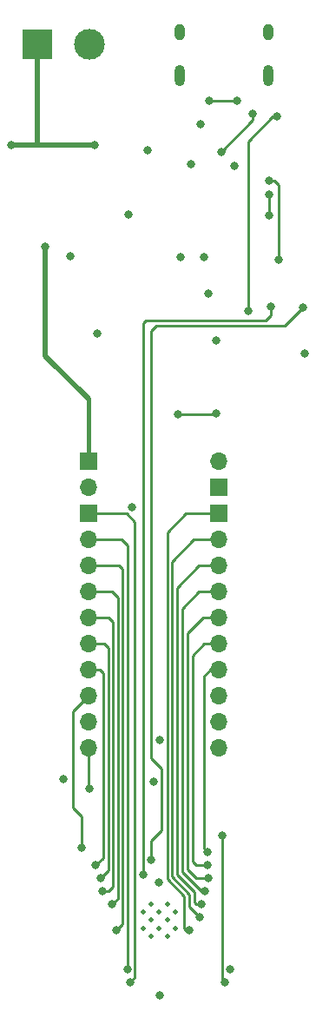
<source format=gbr>
%TF.GenerationSoftware,KiCad,Pcbnew,(6.0.11-0)*%
%TF.CreationDate,2023-11-09T08:58:10+01:00*%
%TF.ProjectId,ZESP32,5a455350-3332-42e6-9b69-6361645f7063,rev?*%
%TF.SameCoordinates,Original*%
%TF.FileFunction,Copper,L4,Bot*%
%TF.FilePolarity,Positive*%
%FSLAX46Y46*%
G04 Gerber Fmt 4.6, Leading zero omitted, Abs format (unit mm)*
G04 Created by KiCad (PCBNEW (6.0.11-0)) date 2023-11-09 08:58:10*
%MOMM*%
%LPD*%
G01*
G04 APERTURE LIST*
%TA.AperFunction,ComponentPad*%
%ADD10R,1.700000X1.700000*%
%TD*%
%TA.AperFunction,ComponentPad*%
%ADD11O,1.700000X1.700000*%
%TD*%
%TA.AperFunction,HeatsinkPad*%
%ADD12C,0.475000*%
%TD*%
%TA.AperFunction,ComponentPad*%
%ADD13O,1.000000X1.600000*%
%TD*%
%TA.AperFunction,ComponentPad*%
%ADD14O,1.000000X2.100000*%
%TD*%
%TA.AperFunction,ComponentPad*%
%ADD15R,3.000000X3.000000*%
%TD*%
%TA.AperFunction,ComponentPad*%
%ADD16C,3.000000*%
%TD*%
%TA.AperFunction,ViaPad*%
%ADD17C,0.800000*%
%TD*%
%TA.AperFunction,Conductor*%
%ADD18C,0.508000*%
%TD*%
%TA.AperFunction,Conductor*%
%ADD19C,0.254000*%
%TD*%
%TA.AperFunction,Conductor*%
%ADD20C,0.406400*%
%TD*%
G04 APERTURE END LIST*
D10*
%TO.P,J8,1,Pin_1*%
%TO.N,EXT_5V*%
X91440000Y-88900000D03*
D11*
%TO.P,J8,2,Pin_2*%
%TO.N,GND*%
X91440000Y-91440000D03*
%TD*%
D10*
%TO.P,J3,1,Pin_1*%
%TO.N,D23*%
X91440000Y-93980000D03*
D11*
%TO.P,J3,2,Pin_2*%
%TO.N,D22*%
X91440000Y-96520000D03*
%TO.P,J3,3,Pin_3*%
%TO.N,D21*%
X91440000Y-99060000D03*
%TO.P,J3,4,Pin_4*%
%TO.N,D19*%
X91440000Y-101600000D03*
%TO.P,J3,5,Pin_5*%
%TO.N,D18*%
X91440000Y-104140000D03*
%TO.P,J3,6,Pin_6*%
%TO.N,D5*%
X91440000Y-106680000D03*
%TO.P,J3,7,Pin_7*%
%TO.N,D17*%
X91440000Y-109220000D03*
%TO.P,J3,8,Pin_8*%
%TO.N,D16*%
X91440000Y-111760000D03*
%TO.P,J3,9,Pin_9*%
%TO.N,D4*%
X91440000Y-114300000D03*
%TO.P,J3,10,Pin_10*%
%TO.N,D15*%
X91440000Y-116840000D03*
%TD*%
D12*
%TO.P,U4,39,GND*%
%TO.N,GND*%
X98343000Y-132862500D03*
X99105500Y-135150000D03*
X97580500Y-133625000D03*
X99105500Y-132100000D03*
X97580500Y-135150000D03*
X96818000Y-134387500D03*
X99105500Y-133625000D03*
X97580500Y-132100000D03*
X98343000Y-134387500D03*
X99868000Y-132862500D03*
X99868000Y-134387500D03*
X96818000Y-132862500D03*
%TD*%
D10*
%TO.P,J7,1,Pin_1*%
%TO.N,+3V3*%
X104140000Y-91440000D03*
D11*
%TO.P,J7,2,Pin_2*%
%TO.N,GND*%
X104140000Y-88900000D03*
%TD*%
D13*
%TO.P,J2,S1,SHIELD*%
%TO.N,GND*%
X100328000Y-47083000D03*
D14*
X108968000Y-51263000D03*
X100328000Y-51263000D03*
D13*
X108968000Y-47083000D03*
%TD*%
D15*
%TO.P,J1,1,Pin_1*%
%TO.N,GND*%
X86482000Y-48239600D03*
D16*
%TO.P,J1,2,Pin_2*%
%TO.N,Net-(D1-Pad2)*%
X91562000Y-48239600D03*
%TD*%
D10*
%TO.P,J4,1,Pin_1*%
%TO.N,D34*%
X104140000Y-93980000D03*
D11*
%TO.P,J4,2,Pin_2*%
%TO.N,D35*%
X104140000Y-96520000D03*
%TO.P,J4,3,Pin_3*%
%TO.N,D32*%
X104140000Y-99060000D03*
%TO.P,J4,4,Pin_4*%
%TO.N,D33*%
X104140000Y-101600000D03*
%TO.P,J4,5,Pin_5*%
%TO.N,D25*%
X104140000Y-104140000D03*
%TO.P,J4,6,Pin_6*%
%TO.N,D26*%
X104140000Y-106680000D03*
%TO.P,J4,7,Pin_7*%
%TO.N,D27*%
X104140000Y-109220000D03*
%TO.P,J4,8,Pin_8*%
%TO.N,D14*%
X104140000Y-111760000D03*
%TO.P,J4,9,Pin_9*%
%TO.N,D12*%
X104140000Y-114300000D03*
%TO.P,J4,10,Pin_10*%
%TO.N,D13*%
X104140000Y-116840000D03*
%TD*%
D17*
%TO.N,GND*%
X98353800Y-140965000D03*
X92019200Y-58094800D03*
X97230100Y-58598900D03*
X112522000Y-78359000D03*
X103124000Y-72517000D03*
X92331600Y-76451400D03*
X102362000Y-56007000D03*
X83942000Y-58094800D03*
X105664000Y-60071000D03*
X98343000Y-129901400D03*
X95651000Y-93325000D03*
X95351600Y-64871600D03*
%TO.N,IO0*%
X107000000Y-74250000D03*
X97790000Y-120142000D03*
X109804200Y-55295800D03*
X89027000Y-119888000D03*
%TO.N,ENA*%
X100203000Y-84328000D03*
X105247500Y-138430000D03*
X103886000Y-84201000D03*
X98384300Y-116078000D03*
%TO.N,EXT_5V*%
X87249000Y-67945000D03*
%TO.N,+3V3*%
X101452000Y-59888800D03*
X89631600Y-68864400D03*
X104775000Y-139700000D03*
X100457000Y-68961000D03*
X104521000Y-125349000D03*
X102743000Y-68961000D03*
X103886000Y-77089000D03*
%TO.N,Net-(J2-PadA7)*%
X103251000Y-53721000D03*
X105892600Y-53721000D03*
%TO.N,D5*%
X92659200Y-129489200D03*
%TO.N,D19*%
X93726000Y-132080000D03*
%TO.N,D18*%
X92760800Y-130810000D03*
%TO.N,D17*%
X92151200Y-128270000D03*
%TO.N,D16*%
X90779600Y-126542800D03*
%TO.N,D15*%
X91567000Y-120777000D03*
%TO.N,D26*%
X103073200Y-128270000D03*
%TO.N,D25*%
X103124000Y-129540000D03*
%TO.N,D23*%
X95504000Y-139649200D03*
%TO.N,D22*%
X95234700Y-138430000D03*
%TO.N,D21*%
X94183200Y-134569200D03*
%TO.N,D34*%
X101249400Y-134615000D03*
%TO.N,D35*%
X102311200Y-133350000D03*
%TO.N,D32*%
X102463600Y-132080000D03*
%TO.N,D33*%
X102768400Y-130810000D03*
%TO.N,D27*%
X103022400Y-127000000D03*
%TO.N,Net-(JP1-Pad1)*%
X109088000Y-61549200D03*
X109951600Y-69220000D03*
%TO.N,RXD0*%
X112390000Y-73893600D03*
X97536000Y-127762000D03*
%TO.N,Net-(JP2-Pad1)*%
X109088000Y-64902000D03*
X109088000Y-62920800D03*
%TO.N,TXD0*%
X109240400Y-73842800D03*
X96774000Y-129159000D03*
%TO.N,D-*%
X107447100Y-55012000D03*
X104363600Y-58720400D03*
%TD*%
D18*
%TO.N,GND*%
X86482000Y-58044000D02*
X86431200Y-58094800D01*
X92019200Y-58094800D02*
X86431200Y-58094800D01*
X86482000Y-48239600D02*
X86482000Y-58044000D01*
X86431200Y-58094800D02*
X83942000Y-58094800D01*
D19*
%TO.N,IO0*%
X109804200Y-55295800D02*
X109423200Y-55295800D01*
X109423200Y-55295800D02*
X107000000Y-57719000D01*
X107000000Y-74250000D02*
X107000000Y-57719000D01*
%TO.N,ENA*%
X100203000Y-84328000D02*
X103759000Y-84328000D01*
X103759000Y-84328000D02*
X103886000Y-84201000D01*
D18*
%TO.N,EXT_5V*%
X87249000Y-78613000D02*
X91440000Y-82804000D01*
X87249000Y-67945000D02*
X87249000Y-78613000D01*
D20*
X91440000Y-88900000D02*
X91440000Y-82804000D01*
D19*
%TO.N,+3V3*%
X104521000Y-125349000D02*
X104521000Y-139446000D01*
X104521000Y-139446000D02*
X104775000Y-139700000D01*
%TO.N,Net-(J2-PadA7)*%
X105892600Y-53721000D02*
X103251000Y-53721000D01*
%TO.N,D5*%
X92970400Y-106680000D02*
X93376800Y-107086400D01*
X93376800Y-128771600D02*
X92659200Y-129489200D01*
X91440000Y-106680000D02*
X92970400Y-106680000D01*
X93376800Y-107086400D02*
X93376800Y-128771600D01*
%TO.N,D19*%
X93729200Y-101600000D02*
X94284800Y-102155600D01*
X94284800Y-131521200D02*
X93726000Y-132080000D01*
X91440000Y-101600000D02*
X93729200Y-101600000D01*
X94284800Y-102155600D02*
X94284800Y-131521200D01*
%TO.N,D18*%
X93830800Y-104546400D02*
X93830800Y-130349600D01*
X91440000Y-104140000D02*
X93424400Y-104140000D01*
X93370400Y-130810000D02*
X92760800Y-130810000D01*
X93424400Y-104140000D02*
X93830800Y-104546400D01*
X93830800Y-130349600D02*
X93370400Y-130810000D01*
%TO.N,D17*%
X92862400Y-109575600D02*
X92862400Y-127558800D01*
X92506800Y-109220000D02*
X92862400Y-109575600D01*
X92862400Y-127558800D02*
X92151200Y-128270000D01*
X91440000Y-109220000D02*
X92506800Y-109220000D01*
%TO.N,D16*%
X90779600Y-126390400D02*
X90779600Y-126542800D01*
X91440000Y-111760000D02*
X89916000Y-113284000D01*
X90779600Y-123494800D02*
X90779600Y-126390400D01*
X89916000Y-113284000D02*
X89916000Y-122631200D01*
X89916000Y-122631200D02*
X90779600Y-123494800D01*
%TO.N,D15*%
X91567000Y-120777000D02*
X91440000Y-120650000D01*
X91440000Y-120650000D02*
X91440000Y-116840000D01*
%TO.N,D26*%
X102743000Y-106680000D02*
X104140000Y-106680000D01*
X101600000Y-127889000D02*
X101600000Y-107823000D01*
X101600000Y-107823000D02*
X102743000Y-106680000D01*
X101981000Y-128270000D02*
X101600000Y-127889000D01*
X103073200Y-128270000D02*
X101981000Y-128270000D01*
%TO.N,D25*%
X103124000Y-129540000D02*
X101981000Y-129540000D01*
X101981000Y-129540000D02*
X101092000Y-128651000D01*
X101092000Y-128651000D02*
X101092000Y-105664000D01*
X102616000Y-104140000D02*
X104140000Y-104140000D01*
X101092000Y-105664000D02*
X102616000Y-104140000D01*
%TO.N,D23*%
X95504000Y-139649200D02*
X95961200Y-139192000D01*
X95148400Y-93980000D02*
X91440000Y-93980000D01*
X95961200Y-139192000D02*
X95961200Y-94792800D01*
X95961200Y-94792800D02*
X95148400Y-93980000D01*
%TO.N,D22*%
X94640400Y-96520000D02*
X91440000Y-96520000D01*
X95234700Y-138430000D02*
X95234700Y-97114300D01*
X95234700Y-97114300D02*
X94640400Y-96520000D01*
%TO.N,D21*%
X94742000Y-134010400D02*
X94183200Y-134569200D01*
X91440000Y-99060000D02*
X94437200Y-99060000D01*
X94437200Y-99060000D02*
X94742000Y-99364800D01*
X94742000Y-99364800D02*
X94742000Y-134010400D01*
%TO.N,D34*%
X101249400Y-134615000D02*
X100934600Y-134615000D01*
X100939600Y-93980000D02*
X104140000Y-93980000D01*
X100787200Y-131318000D02*
X99110800Y-129641600D01*
X100934600Y-134615000D02*
X100787200Y-134467600D01*
X99110800Y-129641600D02*
X99110800Y-95808800D01*
X99110800Y-95808800D02*
X100939600Y-93980000D01*
X100787200Y-134467600D02*
X100787200Y-131318000D01*
%TO.N,D35*%
X101295200Y-131114800D02*
X99568000Y-129387600D01*
X99568000Y-129387600D02*
X99568000Y-98679000D01*
X99568000Y-98679000D02*
X101727000Y-96520000D01*
X101295200Y-132334000D02*
X101295200Y-131114800D01*
X101727000Y-96520000D02*
X104140000Y-96520000D01*
X102311200Y-133350000D02*
X101295200Y-132334000D01*
%TO.N,D32*%
X101981000Y-132080000D02*
X101749200Y-131848200D01*
X102235000Y-99060000D02*
X104140000Y-99060000D01*
X100076000Y-101219000D02*
X102235000Y-99060000D01*
X100076000Y-129159000D02*
X100076000Y-101219000D01*
X101749200Y-130832200D02*
X100076000Y-129159000D01*
X102463600Y-132080000D02*
X101981000Y-132080000D01*
X101749200Y-131848200D02*
X101749200Y-130832200D01*
%TO.N,D33*%
X100584000Y-103251000D02*
X102235000Y-101600000D01*
X102235000Y-101600000D02*
X104140000Y-101600000D01*
X102489000Y-130810000D02*
X100584000Y-128905000D01*
X102768400Y-130810000D02*
X102489000Y-130810000D01*
X100584000Y-128905000D02*
X100584000Y-103251000D01*
%TO.N,D27*%
X103327200Y-109220000D02*
X104140000Y-109220000D01*
X102666800Y-126644400D02*
X102666800Y-109880400D01*
X103022400Y-127000000D02*
X102666800Y-126644400D01*
X102666800Y-109880400D02*
X103327200Y-109220000D01*
%TO.N,Net-(JP1-Pad1)*%
X109951600Y-61955600D02*
X109951600Y-66273600D01*
X109088000Y-61549200D02*
X109545200Y-61549200D01*
X109545200Y-61549200D02*
X109951600Y-61955600D01*
X109951600Y-66273600D02*
X109951600Y-69220000D01*
%TO.N,RXD0*%
X110591600Y-75692000D02*
X98044000Y-75692000D01*
X97536000Y-76200000D02*
X97536000Y-117856000D01*
X97536000Y-117856000D02*
X98517000Y-118837000D01*
X97536000Y-125857000D02*
X97536000Y-127762000D01*
X98517000Y-124876000D02*
X97536000Y-125857000D01*
X98517000Y-118837000D02*
X98517000Y-124876000D01*
X112390000Y-73893600D02*
X110591600Y-75692000D01*
X98044000Y-75692000D02*
X97536000Y-76200000D01*
%TO.N,Net-(JP2-Pad1)*%
X109088000Y-62920800D02*
X109088000Y-64902000D01*
%TO.N,TXD0*%
X108712000Y-75184000D02*
X97028000Y-75184000D01*
X97028000Y-75184000D02*
X96774000Y-75438000D01*
X109240400Y-73842800D02*
X109240400Y-74655600D01*
X109240400Y-74655600D02*
X108712000Y-75184000D01*
X96774000Y-75438000D02*
X96774000Y-129159000D01*
%TO.N,D-*%
X107447100Y-55012000D02*
X107447100Y-55636900D01*
X107447100Y-55636900D02*
X104363600Y-58720400D01*
%TD*%
M02*

</source>
